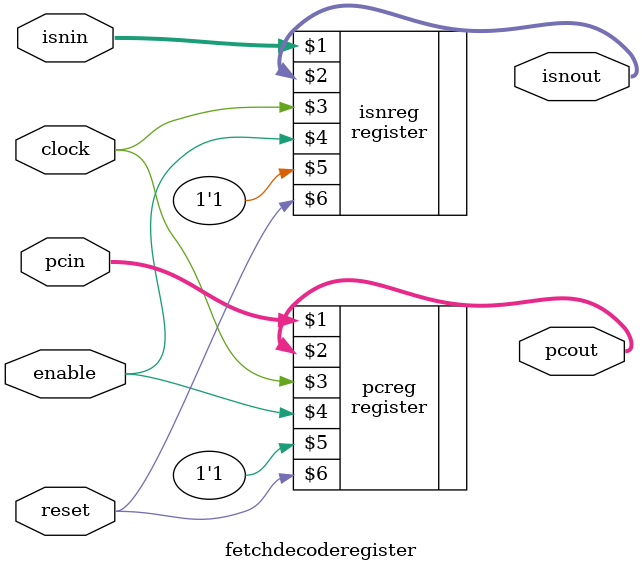
<source format=v>
module fetchdecoderegister(pcin, isnin, pcout, isnout, clock, reset, enable);

	input [31:0] pcin, isnin;
	output [31:0] pcout, isnout;
	input clock, reset, enable;
	
	
	register pcreg(pcin, pcout, clock, enable, 1'b1, reset);
	register isnreg(isnin, isnout, clock, enable, 1'b1, reset);

endmodule 

</source>
